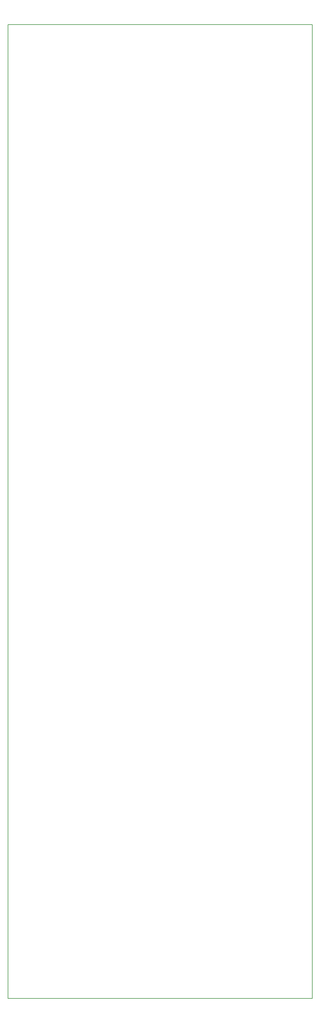
<source format=gm1>
G04 #@! TF.FileFunction,Profile,NP*
%FSLAX46Y46*%
G04 Gerber Fmt 4.6, Leading zero omitted, Abs format (unit mm)*
G04 Created by KiCad (PCBNEW 4.0.7) date 02/02/18 15:52:00*
%MOMM*%
%LPD*%
G01*
G04 APERTURE LIST*
%ADD10C,0.100000*%
%ADD11C,0.150000*%
G04 APERTURE END LIST*
D10*
D11*
X76200000Y26670000D02*
X166370000Y26670000D01*
X76200000Y-261874000D02*
X76200000Y26670000D01*
X166370000Y-261874000D02*
X76200000Y-261874000D01*
X166370000Y-261874000D02*
X166370000Y26670000D01*
M02*

</source>
